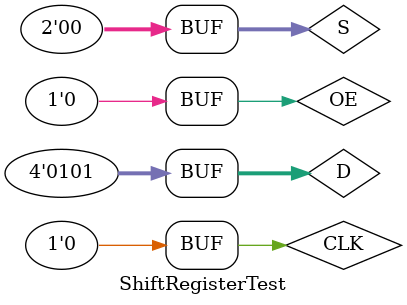
<source format=v>
`timescale 1ns / 1ps


module ShiftRegisterTest;

	// Inputs
	reg CLK;
	reg [3:0] D;
	reg [1:0] S;
	reg OE;

	// Outputs
	wire [3:0] Q;

	// Instantiate the Unit Under Test (UUT)
	ShiftRegister uut (
		.CLK(CLK), 
		.D(D), 
		.S(S), 
		.OE(OE), 
		.Q(Q)
	);

	initial begin
		// Initialize Inputs
		CLK = 0;
		D = 0;
		S = 0;
		OE = 0;

		// Wait 100 ns for global reset to finish
		#100;
        
		// Add stimulus here
		
		// initialize
		OE = 0; D = 4'b0; S = 2'b11; CLK = 1; #10; CLK = 0; #10;
		
		// test OE
		OE = 1; #10; OE = 0; #10;
		
		// test shift
		D = 4'b0101; S = 2'b11; CLK = 1; #10; CLK = 0; #10;
		S = 2'b01; CLK = 1; #10; CLK = 0; #10;
		S = 2'b10; CLK = 1; #10; CLK = 0; #10;
		
		// test hold
		S = 2'b00; CLK = 1; #10; CLK = 0; #10;
	end
      
endmodule


</source>
